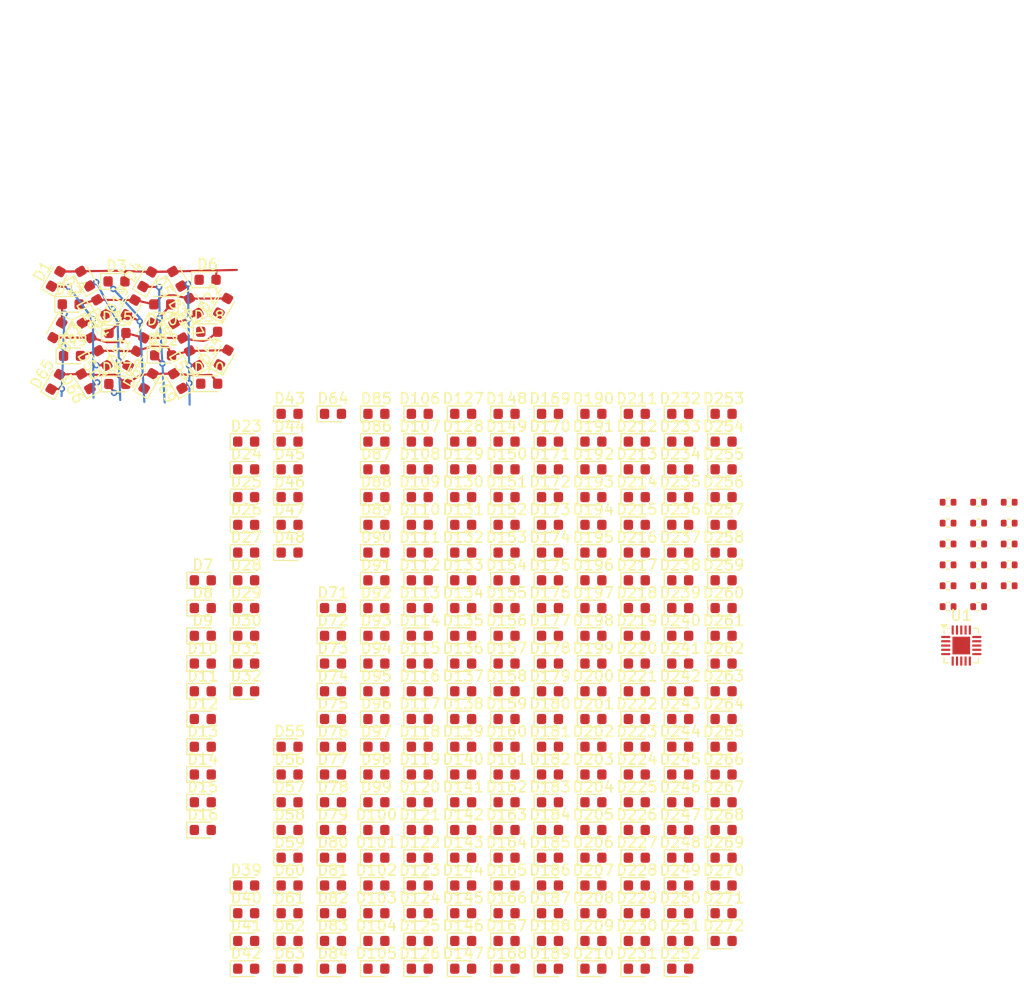
<source format=kicad_pcb>
(kicad_pcb (version 20241229) (generator "pcbnew") (generator_version "9.0")
  (layers (0 "F.Cu" signal) (2 "B.Cu" signal) (13 "F.Paste" user) (15 "B.Paste" user) (5 "F.SilkS" user "F.Silkscreen") (7 "B.SilkS" user "B.Silkscreen") (1 "F.Mask" user) (3 "B.Mask" user) (25 "Edge.Cuts" user))
  (net 0 "")
  (net 1 "Net-(D1-A)")
  (net 2 "PA2")
  (net 3 "PD0")
  (net 4 "PC0")
  (net 5 "PC1")
  (net 6 "PC2")
  (net 7 "PC3")
  (net 8 "PC4")
  (net 9 "PC5")
  (net 10 "PC6")
  (net 11 "PC7")
  (net 12 "PD2")
  (net 13 "PD3")
  (net 14 "PD4")
  (net 15 "PD5")
  (net 16 "PD6")
  (net 17 "PD7")
  (net 18 "PA1")
  (net 19 "Net-(D17-A)")
  (net 20 "Net-(D33-A)")
  (net 21 "Net-(D49-A)")
  (net 22 "Net-(D65-A)")
  (net 23 "Net-(D81-A)")
  (net 24 "Net-(D100-A)")
  (net 25 "Net-(D113-A)")
  (net 26 "Net-(D129-A)")
  (net 27 "Net-(D145-A)")
  (net 28 "Net-(D161-A)")
  (net 29 "Net-(D177-A)")
  (net 30 "Net-(D193-A)")
  (net 31 "Net-(D209-A)")
  (net 32 "Net-(D225-A)")
  (net 33 "Net-(D241-A)")
  (net 34 "Net-(D257-A)")
  (net 35 "SWIO")
  (net 36 "+3.3V")
  (net 37 "GND")
  (footprint "LED_SMD:LED_0603_1608Metric" (layer "F.Cu") (at 88.5525 125.12)
    (property "Reference" "D60")
    (property "Value" "LED_45deg_Filled")
  )
  (footprint "LED_SMD:LED_0603_1608Metric" (layer "F.Cu") (at 84.5025 101.81)
    (property "Reference" "D30")
    (property "Value" "LED_45deg_Filled")
  )
  (footprint "LED_SMD:LED_0603_1608Metric" (layer "F.Cu") (at 125.0025 86.27)
    (property "Reference" "D234")
    (property "Value" "LED_45deg_Filled")
  )
  (footprint "LED_SMD:LED_0603_1608Metric" (layer "F.Cu") (at 129.0525 88.86)
    (property "Reference" "D256")
    (property "Value" "LED_45deg_Filled")
  )
  (footprint "LED_SMD:LED_0603_1608Metric" (layer "F.Cu") (at 112.8525 114.76)
    (property "Reference" "D182")
    (property "Value" "LED_45deg_Filled")
  )
  (footprint "LED_SMD:LED_0603_1608Metric" (layer "F.Cu") (at 80.4525 114.76)
    (property "Reference" "D14")
    (property "Value" "LED_45deg_Filled")
  )
  (footprint "LED_SMD:LED_0603_1608Metric" (layer "F.Cu") (at 129.0525 106.99)
    (property "Reference" "D263")
    (property "Value" "LED_45deg_Filled")
  )
  (footprint "LED_SMD:LED_0603_1608Metric" (layer "F.Cu") (at 108.8025 125.12)
    (property "Reference" "D165")
    (property "Value" "LED_45deg_Filled")
  )
  (footprint "LED_SMD:LED_0603_1608Metric" (layer "F.Cu") (at 108.8025 122.53)
    (property "Reference" "D164")
    (property "Value" "LED_45deg_Filled")
  )
  (footprint "LED_SMD:LED_0603_1608Metric" (layer "F.Cu") (at 120.9525 119.94)
    (property "Reference" "D226")
    (property "Value" "LED_45deg_Filled")
  )
  (footprint "LED_SMD:LED_0603_1608Metric" (layer "F.Cu") (at 108.8025 117.35)
    (property "Reference" "D162")
    (property "Value" "LED_45deg_Filled")
  )
  (footprint "LED_SMD:LED_0603_1608Metric" (layer "F.Cu") (at 129.0525 99.22)
    (property "Reference" "D260")
    (property "Value" "LED_45deg_Filled")
  )
  (footprint "LED_SMD:LED_0603_1608Metric" (layer "F.Cu") (at 100.7025 86.27)
    (property "Reference" "D108")
    (property "Value" "LED_45deg_Filled")
  )
  (footprint "LED_SMD:LED_0603_1608Metric" (layer "F.Cu") (at 116.9025 122.53)
    (property "Reference" "D206")
    (property "Value" "LED_45deg_Filled")
  )
  (footprint "cnhardware:R_0402_1005Metric_COMPACT" (layer "F.Cu") (at 152.85 93.24)
    (property "Reference" "R9" (hide yes))
    (property "Value" "560" (hide yes))
  )
  (footprint "LED_SMD:LED_0603_1608Metric" (layer "F.Cu") (at 73.725 71.15 60)
    (property "Reference" "D19")
    (property "Value" "LED_45deg_Filled")
  )
  (footprint "LED_SMD:LED_0603_1608Metric" (layer "F.Cu") (at 104.7525 112.17)
    (property "Reference" "D139")
    (property "Value" "LED_45deg_Filled")
  )
  (footprint "LED_SMD:LED_0603_1608Metric" (layer "F.Cu") (at 88.5525 83.68)
    (property "Reference" "D44")
    (property "Value" "LED_45deg_Filled")
  )
  (footprint "LED_SMD:LED_0603_1608Metric" (layer "F.Cu") (at 78.175 73.325 -60)
    (property "Reference" "D37")
    (property "Value" "LED_45deg_Filled")
  )
  (footprint "LED_SMD:LED_0603_1608Metric" (layer "F.Cu") (at 112.8525 104.4)
    (property "Reference" "D178")
    (property "Value" "LED_45deg_Filled")
  )
  (footprint "LED_SMD:LED_0603_1608Metric" (layer "F.Cu") (at 112.8525 119.94)
    (property "Reference" "D184")
    (property "Value" "LED_45deg_Filled")
  )
  (footprint "LED_SMD:LED_0603_1608Metric" (layer "F.Cu") (at 80.4525 99.22)
    (property "Reference" "D8")
    (property "Value" "LED_45deg_Filled")
  )
  (footprint "LED_SMD:LED_0603_1608Metric" (layer "F.Cu") (at 108.8025 88.86)
    (property "Reference" "D151")
    (property "Value" "LED_45deg_Filled")
  )
  (footprint "LED_SMD:LED_0603_1608Metric" (layer "F.Cu") (at 116.9025 117.35)
    (property "Reference" "D204")
    (property "Value" "LED_45deg_Filled")
  )
  (footprint "LED_SMD:LED_0603_1608Metric" (layer "F.Cu") (at 82.4 75.825 60)
    (property "Reference" "D54")
    (property "Value" "LED_45deg_Filled")
  )
  (footprint "LED_SMD:LED_0603_1608Metric" (layer "F.Cu") (at 92.6025 112.17)
    (property "Reference" "D76")
    (property "Value" "LED_45deg_Filled")
  )
  (footprint "LED_SMD:LED_0603_1608Metric" (layer "F.Cu") (at 92.6025 127.71)
    (property "Reference" "D82")
    (property "Value" "LED_45deg_Filled")
  )
  (footprint "LED_SMD:LED_0603_1608Metric" (layer "F.Cu") (at 100.7025 83.68)
    (property "Reference" "D107")
    (property "Value" "LED_45deg_Filled")
  )
  (footprint "LED_SMD:LED_0603_1608Metric" (layer "F.Cu") (at 84.5025 130.3)
    (property "Reference" "D41")
    (property "Value" "LED_45deg_Filled")
  )
  (footprint "LED_SMD:LED_0603_1608Metric" (layer "F.Cu") (at 104.7525 83.68)
    (property "Reference" "D128")
    (property "Value" "LED_45deg_Filled")
  )
  (footprint "LED_SMD:LED_0603_1608Metric" (layer "F.Cu") (at 116.9025 96.63)
    (property "Reference" "D196")
    (property "Value" "LED_45deg_Filled")
  )
  (footprint "LED_SMD:LED_0603_1608Metric" (layer "F.Cu") (at 84.5025 88.86)
    (property "Reference" "D25")
    (property "Value" "LED_45deg_Filled")
  )
  (footprint "LED_SMD:LED_0603_1608Metric" (layer "F.Cu") (at 100.7025 125.12)
    (property "Reference" "D123")
    (property "Value" "LED_45deg_Filled")
  )
  (footprint "LED_SMD:LED_0603_1608Metric" (layer "F.Cu") (at 73.875 75.925 60)
    (property "Reference" "D51")
    (property "Value" "LED_45deg_Filled")
  )
  (footprint "LED_SMD:LED_0603_1608Metric" (layer "F.Cu") (at 84.5025 83.68)
    (property "Reference" "D23")
    (property "Value" "LED_45deg_Filled")
  )
  (footprint "LED_SMD:LED_0603_1608Metric" (layer "F.Cu") (at 100.7025 130.3)
    (property "Reference" "D125")
    (property "Value" "LED_45deg_Filled")
  )
  (footprint "cnhardware:R_0402_1005Metric_COMPACT" (layer "F.Cu") (at 155.7 93.24)
    (property "Reference" "R15" (hide yes))
    (property "Value" "560" (hide yes))
  )
  (footprint "LED_SMD:LED_0603_1608Metric" (layer "F.Cu") (at 104.7525 109.58)
    (property "Reference" "D138")
    (property "Value" "LED_45deg_Filled")
  )
  (footprint "LED_SMD:LED_0603_1608Metric" (layer "F.Cu") (at 88.5525 122.53)
    (property "Reference" "D59")
    (property "Value" "LED_45deg_Filled")
  )
  (footprint "LED_SMD:LED_0603_1608Metric" (layer "F.Cu") (at 96.6525 106.99)
    (property "Reference" "D95")
    (property "Value" "LED_45deg_Filled")
  )
  (footprint "LED_SMD:LED_0603_1608Metric" (layer "F.Cu") (at 96.6525 101.81)
    (property "Reference" "D93")
    (property "Value" "LED_45deg_Filled")
  )
  (footprint "LED_SMD:LED_0603_1608Metric" (layer "F.Cu") (at 100.7025 119.94)
    (property "Reference" "D121")
    (property "Value" "LED_45deg_Filled")
  )
  (footprint "LED_SMD:LED_0603_1608Metric" (layer "F.Cu") (at 66.889085 73.290915 -120)
    (property "Reference" "D33")
    (property "Value" "LED_45deg_Filled")
  )
  (footprint "LED_SMD:LED_0603_1608Metric" (layer "F.Cu") (at 96.6525 88.86)
    (property "Reference" "D88")
    (property "Value" "LED_45deg_Filled")
  )
  (footprint "LED_SMD:LED_0603_1608Metric" (layer "F.Cu") (at 69.62 73.29 -60)
    (property "Reference" "D34")
    (property "Value" "LED_45deg_Filled")
  )
  (footprint "LED_SMD:LED_0603_1608Metric" (layer "F.Cu") (at 100.7025 106.99)
    (property "Reference" "D116")
    (property "Value" "LED_45deg_Filled")
  )
  (footprint "LED_SMD:LED_0603_1608Metric" (layer "F.Cu") (at 120.9525 112.17)
    (property "Reference" "D223")
    (property "Value" "LED_45deg_Filled")
  )
  (footprint "cnhardware:R_0402_1005Metric_COMPACT" (layer "F.Cu") (at 150 99.09)
    (property "Reference" "R6" (hide yes))
    (property "Value" "560" (hide yes))
  )
  (footprint "LED_SMD:LED_0603_1608Metric" (layer "F.Cu") (at 108.8025 112.17)
    (property "Reference" "D160")
    (property "Value" "LED_45deg_Filled")
  )
  (footprint "LED_SMD:LED_0603_1608Metric" (layer "F.Cu") (at 96.6525 81.09)
    (property "Reference" "D85")
    (property "Value" "LED_45deg_Filled")
  )
  (footprint "cnhardware:R_0402_1005Metric_COMPACT" (layer "F.Cu") (at 150 89.34)
    (property "Reference" "R1" (hide yes))
    (property "Value" "560" (hide yes))
  )
  (footprint "LED_SMD:LED_0603_1608Metric" (layer "F.Cu") (at 104.7525 88.86)
    (property "Reference" "D130")
    (property "Value" "LED_45deg_Filled")
  )
  (footprint "LED_SMD:LED_0603_1608Metric" (layer "F.Cu") (at 108.8025 99.22)
    (property "Reference" "D155")
    (property "Value" "LED_45deg_Filled")
  )
  (footprint "LED_SMD:LED_0603_1608Metric" (layer "F.Cu") (at 108.8025 101.81)
    (property "Reference" "D156")
    (property "Value" "LED_45deg_Filled")
  )
  (footprint "LED_SMD:LED_0603_1608Metric" (layer "F.Cu") (at 120.9525 96.63)
    (property "Reference" "D217")
    (property "Value" "LED_45deg_Filled")
  )
  (footprint "LED_SMD:LED_0603_1608Metric" (layer "F.Cu") (at 100.7025 112.17)
    (property "Reference" "D118")
    (property "Value" "LED_45deg_Filled")
  )
  (footprint "LED_SMD:LED_0603_1608Metric" (layer "F.Cu") (at 80.4525 96.63)
    (property "Reference" "D7")
    (property "Value" "LED_45deg_Filled")
  )
  (footprint "LED_SMD:LED_0603_1608Metric" (layer "F.Cu") (at 104.7525 96.63)
    (property "Reference" "D133")
    (property "Value" "LED_45deg_Filled")
  )
  (footprint "LED_SMD:LED_0603_1608Metric" (layer "F.Cu") (at 125.0025 114.76)
    (property "Reference" "D245")
    (property "Value" "LED_45deg_Filled")
  )
  (footprint "LED_SMD:LED_0603_1608Metric" (layer "F.Cu") (at 116.9025 119.94)
    (property "Reference" "D205")
    (property "Value" "LED_45deg_Filled")
  )
  (footprint "cnhardware:R_0402_1005Metric_COMPACT" (layer "F.Cu") (at 155.7 89.34)
    (property "Reference" "R13" (hide yes))
    (property "Value" "560" (hide yes))
  )
  (footprint "LED_SMD:LED_0603_1608Metric" (layer "F.Cu") (at 120.9525 127.71)
    (property "Reference" "D229")
    (property "Value" "LED_45deg_Filled")
  )
  (footprint "LED_SMD:LED_0603_1608Metric" (layer "F.Cu") (at 116.9025 114.76)
    (property "Reference" "D203")
    (property "Value" "LED_45deg_Filled")
  )
  (footprint "LED_SMD:LED_0603_1608Metric" (layer "F.Cu") (at 80.4525 109.58)
    (property "Reference" "D12")
    (property "Value" "LED_45deg_Filled")
  )
  (footprint "LED_SMD:LED_0603_1608Metric" (layer "F.Cu") (at 104.7525 106.99)
    (property "Reference" "D137")
    (property "Value" "LED_45deg_Filled")
  )
  (footprint "cnhardware:R_0402_1005Metric_COMPACT" (layer "F.Cu") (at 152.85 91.29)
    (property "Reference" "R8" (hide yes))
    (property "Value" "560" (hide yes))
  )
  (footprint "LED_SMD:LED_0603_1608Metric" (layer "F.Cu") (at 104.7525 94.04)
    (property "Reference" "D132")
    (property "Value" "LED_45deg_Filled")
  )
  (footprint "LED_SMD:LED_0603_1608Metric" (layer "F.Cu") (at 104.7525 130.3)
    (property "Reference" "D146")
    (property "Value" "LED_45deg_Filled")
  )
  (footprint "LED_SMD:LED_0603_1608Metric" (layer "F.Cu") (at 100.7025 88.86)
    (property "Reference" "D109")
    (property "Value" "LED_45deg_Filled")
  )
  (footprint "LED_SMD:LED_0603_1608Metric" (layer "F.Cu") (at 125.0025 81.09)
    (property "Reference" "D232")
    (property "Value" "LED_45deg_Filled")
  )
  (footprint "LED_SMD:LED_0603_1608Metric" (layer "F.Cu") (at 68.13 70.86)
    (property "Reference" "D17")
    (property "Value" "LED_45deg_Filled")
  )
  (footprint "cnhardware:R_0402_1005Metric_COMPACT" (layer "F.Cu") (at 152.85 99.09)
    (property "Reference" "R12" (hide yes))
    (property "Value" "560" (hide yes))
  )
  (footprint "LED_SMD:LED_0603_1608Metric" (layer "F.Cu") (at 116.9025 94.04)
    (property "Reference" "D195")
    (property "Value" "LED_45deg_Filled")
  )
  (footprint "LED_SMD:LED_0603_1608Metric" (layer "F.Cu") (at 80.900001 68.570001)
    (property "Reference" "D6")
    (property "Value" "LED_45deg_Filled")
  )
  (footprint "LED_SMD:LED_0603_1608Metric" (layer "F.Cu") (at 112.8525 132.89)
    (property "Reference" "D189")
    (property "Value" "LED_45deg_Filled")
  )
  (footprint "cnhardware:R_0402_1005Metric_COMPACT" (layer "F.Cu") (at 155.7 97.14)
    (property "Reference" "R17" (hide yes))
    (property "Value" "560" (hide yes))
  )
  (footprint "LED_SMD:LED_0603_1608Metric" (layer "F.Cu") (at 125.0025 99.22)
    (property "Reference" "D239")
    (property "Value" "LED_45deg_Filled")
  )
  (footprint "LED_SMD:LED_0603_1608Metric" (layer "F.Cu") (at 100.7025 109.58)
    (property "Reference" "D117")
    (property "Value" "LED_45deg_Filled")
  )
  (footprint "LED_SMD:LED_0603_1608Metric" (layer "F.Cu") (at 84.5025 106.99)
    (property "Reference" "D32")
    (property "Value" "LED_45deg_Filled")
  )
  (footprint "LED_SMD:LED_0603_1608Metric" (layer "F.Cu") (at 92.6025 125.12)
    (property "Reference" "D81")
    (property "Value" "LED_45deg_Filled")
  )
  (footprint "LED_SMD:LED_0603_1608Metric" (layer "F.Cu") (at 125.0025 106.99)
    (property "Reference" "D242")
    (property "Value" "LED_45deg_Filled")
  )
  (footprint "LED_SMD:LED_0603_1608Metric" (layer "F.Cu") (at 112.8525 125.12)
    (property "Reference" "D186")
    (property "Value" "LED_45deg_Filled")
  )
  (footprint "LED_SMD:LED_0603_1608Metric" (layer "F.Cu") (at 129.0525 112.17)
    (property "Reference" "D265")
    (property "Value" "LED_45deg_Filled")
  )
  (footprint "LED_SMD:LED_0603_1608Metric" (layer "F.Cu") (at 116.9025 99.22)
    (property "Reference" "D197")
    (property "Value" "LED_45deg_Filled")
  )
  (footprint "LED_SMD:LED_0603_1608Metric" (layer "F.Cu") (at 80.4525 101.81)
    (property "Reference" "D9")
    (property "Value" "LED_45deg_Filled")
  )
  (footprint "LED_SMD:LED_0603_1608Metric" (layer "F.Cu") (at 100.7025 117.35)
    (property "Reference" "D120")
    (property "Value" "LED_45deg_Filled")
  )
  (footprint "LED_SMD:LED_0603_1608Metric" (layer "F.Cu") (at 92.6025 101.81)
    (property "Reference" "D72")
    (property "Value" "LED_45deg_Filled")
  )
  (footprint "LED_SMD:LED_0603_1608Metric" (layer "F.Cu") (at 125.0025 83.68)
    (property "Reference" "D233")
    (property "Value" "LED_45deg_Filled")
  )
  (footprint "LED_SMD:LED_0603_1608Metric" (layer "F.Cu") (at 112.8525 117.35)
    (property "Reference" "D183")
    (property "Value" "LED_45deg_Filled")
  )
  (footprint "LED_SMD:LED_0603_1608Metric" (layer "F.Cu") (at 129.0525 86.27)
    (property "Reference" "D255")
    (property "Value" "LED_45deg_Filled")
  )
  (footprint "LED_SMD:LED_0603_1608Metric" (layer "F.Cu") (at 80.4525 106.99)
    (property "Reference" "D11")
    (property "Value" "LED_45deg_Filled")
  )
  (footprint "LED_SMD:LED_0603_1608Metric" (layer "F.Cu") (at 129.0525 101.81)
    (property "Reference" "D261")
    (property "Value" "LED_45deg_Filled")
  )
  (footprint "LED_SMD:LED_0603_1608Metric" (layer "F.Cu") (at 125.0025 88.86)
    (property "Reference" "D235")
    (property "Value" "LED_45deg_Filled")
  )
  (footprint "LED_SMD:LED_0603_1608Metric" (layer "F.Cu") (at 108.8025 96.63)
    (property "Reference" "D154")
    (property "Value" "LED_45deg_Filled")
  )
  (footprint "LED_SMD:LED_0603_1608Metric" (layer "F.Cu") (at 129.0525 130.3)
    (property "Reference" "D272")
    (property "Value" "LED_45deg_Filled")
  )
  (footprint "LED_SMD:LED_0603_1608Metric" (layer "F.Cu") (at 129.0525 122.53)
    (property "Reference" "D269")
    (property "Value" "LED_45deg_Filled")
  )
  (footprint "LED_SMD:LED_0603_1608Metric" (layer "F.Cu") (at 108.8025 114.76)
    (property "Reference" "D161")
    (property "Value" "LED_45deg_Filled")
  )
  (footprint "LED_SMD:LED_0603_1608Metric" (layer "F.Cu") (at 82.35 71 60)
    (property "Reference" "D22")
    (property "Value" "LED_45deg_Filled")
  )
  (footprint "cnhardware:R_0402_1005Metric_COMPACT" (layer "F.Cu") (at 150 95.19)
    (property "Reference" "R4" (hide yes))
    (property "Value" "560" (hide yes))
  )
  (footprint "LED_SMD:LED_0603_1608Metric" (layer "F.Cu") (at 104.7525 104.4)
    (property "Reference" "D136")
    (property "Value" "LED_45deg_Filled")
  )
  (footprint "LED_SMD:LED_0603_1608Metric" (layer "F.Cu") (at 96.6525 119.94)
    (property "Reference" "D100")
    (property "Value" "LED_45deg_Filled")
  )
  (footprint "LED_SMD:LED_0603_1608Metric" (layer "F.Cu") (at 92.6025 81.09)
    (property "Reference" "D64")
    (property "Value" "LED_45deg_Filled")
  )
  (footprint "LED_SMD:LED_0603_1608Metric" (layer "F.Cu") (at 88.5525 112.17)
    (property "Reference" "D55")
    (property "Value" "LED_45deg_Filled")
  )
  (footprint "LED_SMD:LED_0603_1608Metric" (layer "F.Cu") (at 78.125 78.025 120)
    (property "Reference" "D69")
    (property "Value" "LED_45deg_Filled")
  )
  (footprint "LED_SMD:LED_0603_1608Metric" (layer "F.Cu") (at 112.8525 91.45)
    (property "Reference" "D173")
    (property "Value" "LED_45deg_Filled")
  )
  (footprint "LED_SMD:LED_0603_1608Metric" (layer "F.Cu") (at 112.8525 101.81)
    (property "Reference" "D177")
    (property "Value" "LED_45deg_Filled")
  )
  (footprint "LED_SMD:LED_0603_1608Metric" (layer "F.Cu") (at 92.6025 99.22)
    (property "Reference" "D71")
    (property "Value" "LED_45deg_Filled")
  )
  (footprint "LED_SMD:LED_0603_1608Metric" (layer "F.Cu") (at 112.8525 106.99)
    (property "Reference" "D179")
    (property "Value" "LED_45deg_Filled")
  )
  (footprint "LED_SMD:LED_0603_1608Metric" (layer "F.Cu") (at 69.46 68.47 120)
    (property "Reference" "D2")
    (property "Value" "LED_45deg_Filled")
  )
  (footprint "LED_SMD:LED_0603_1608Metric" (layer "F.Cu") (at 76.75 75.625)
    (property "Reference" "D52")
    (property "Value" "LED_45deg_Filled")
  )
  (footprint "LED_SMD:LED_0603_1608Metric" (layer "F.Cu") (at 75.35 73.31 -120)
    (property "Reference" "D36")
    (property "Value" "LED_45deg_Filled")
  )
  (footprint "LED_SMD:LED_0603_1608Metric" (layer "F.Cu") (at 112.8525 88.86)
    (property "Reference" "D172")
    (property "Value" "LED_45deg_Filled")
  )
  (footprint "LED_SMD:LED_0603_1608Metric" (layer "F.Cu") (at 69.525 78.05 120)
    (property "Reference" "D66")
    (property "Value" "LED_45deg_Filled")
  )
  (footprint "cnhardware:R_0402_1005Metric_COMPACT" (layer "F.Cu") (at 150 97.14)
    (property "Reference" "R5" (hide yes))
    (property "Value" "560" (hide yes))
  )
  (footprint "LED_SMD:LED_0603_1608Metric" (layer "F.Cu") (at 72.475 78.3)
    (property "Reference" "D67")
    (property "Value" "LED_45deg_Filled")
  )
  (footprint "LED_SMD:LED_0603_1608Metric" (layer "F.Cu") (at 125.0025 122.53)
    (property "Reference" "D248")
    (property "Value" "LED_45deg_Filled")
  )
  (footprint "LED_SMD:LED_0603_1608Metric" (layer "F.Cu") (at 116.9025 86.27)
    (property "Reference" "D192")
    (property "Value" "LED_45deg_Filled")
  )
  (footprint "LED_SMD:LED_0603_1608Metric" (layer "F.Cu") (at 72.49 73.54)
    (property "Reference" "D35")
    (property "Value" "LED_45deg_Filled")
  )
  (footprint "LED_SMD:LED_0603_1608Metric" (layer "F.Cu") (at 129.0525 96.63)
    (property "Reference" "D259")
    (property "Value" "LED_45deg_Filled")
  )
  (footprint "LED_SMD:LED_0603_1608Metric" (layer "F.Cu") (at 92.6025 109.58)
    (property "Reference" "D75")
    (property "Value" "LED_45deg_Filled")
  )
  (footprint "LED_SMD:LED_0603_1608Metric" (layer "F.Cu") (at 120.9525 83.68)
    (property "Reference" "D212")
    (property "Value" "LED_45deg_Filled")
  )
  (footprint "LED_SMD:LED_0603_1608Metric" (layer "F.Cu") (at 84.5025 104.4)
    (property "Reference" "D31")
    (property "Value" "LED_45deg_Filled")
  )
  (footprint "LED_SMD:LED_0603_1608Metric" (layer "F.Cu") (at 116.9025 112.17)
    (property "Reference" "D202")
    (property "Value" "LED_45deg_Filled")
  )
  (footprint "LED_SMD:LED_0603_1608Metric" (layer "F.Cu") (at 104.7525 132.89)
    (property "Reference" "D147")
    (property "Value" "LED_45deg_Filled")
  )
  (footprint "LED_SMD:LED_0603_1608Metric" (layer "F.Cu") (at 104.7525 127.71)
    (property "Reference" "D145")
    (property "Value" "LED_45deg_Filled")
  )
  (footprint "LED_SMD:LED_0603_1608Metric" (layer "F.Cu") (at 112.8525 96.63)
    (property "Reference" "D175")
    (property "Value" "LED_45deg_Filled")
  )
  (footprint "LED_SMD:LED_0603_1608Metric" (layer "F.Cu") (at 129.0525 83.68)
    (property "Reference" "D254")
    (property "Value" "LED_45deg_Filled")
  )
  (footprint "LED_SMD:LED_0603_1608Metric" (layer "F.Cu") (at 120.9525 99.22)
    (property "Reference" "D218")
    (property "Value" "LED_45deg_Filled")
  )
  (footprint "LED_SMD:LED_0603_1608Metric" (layer "F.Cu") (at 129.0525 91.45)
    (property "Reference" "D257")
    (property "Value" "LED_45deg_Filled")
  )
  (footprint "LED_SMD:LED_0603_1608Metric" (layer "F.Cu") (at 96.6525 114.76)
    (property "Reference" "D98")
    (property "Value" "LED_45deg_Filled")
  )
  (footprint "LED_SMD:LED_0603_1608Metric" (layer "F.Cu") (at 100.7025 99.22)
    (property "Reference" "D113")
    (property "Value" "LED_45deg_Filled")
  )
  (footprint "LED_SMD:LED_0603_1608Metric" (layer "F.Cu") (at 96.6525 112.17)
    (property "Reference" "D97")
    (property "Value" "LED_45deg_Filled")
  )
  (footprint "LED_SMD:LED_0603_1608Metric" (layer "F.Cu") (at 129.0525 119.94)
    (property "Reference" "D268")
    (property "Value" "LED_45deg_Filled")
  )
  (footprint "LED_SMD:LED_0603_1608Metric" (layer "F.Cu") (at 104.7525 101.81)
    (property "Reference" "D135")
    (property "Value" "LED_45deg_Filled")
  )
  (footprint "LED_SMD:LED_0603_1608Metric" (layer "F.Cu") (at 79.625 75.9 120)
    (property "Reference" "D53")
    (property "Value" "LED_45deg_Filled")
  )
  (footprint "LED_SMD:LED_0603_1608Metric" (layer "F.Cu") (at 125.0025 119.94)
    (property "Reference" "D247")
    (property "Value" "LED_45deg_Filled")
  )
  (footprint "LED_SMD:LED_0603_1608Metric" (layer "F.Cu") (at 92.6025 122.53)
    (property "Reference" "D80")
    (property "Value" "LED_45deg_Filled")
  )
  (footprint "LED_SMD:LED_0603_1608Metric" (layer "F.Cu") (at 96.6525 86.27)
    (property "Reference" "D87")
    (property "Value" "LED_45deg_Filled")
  )
  (footprint "LED_SMD:LED_0603_1608Metric" (layer "F.Cu") (at 92.6025 132.89)
    (property "Reference" "D84")
    (property "Value" "LED_45deg_Filled")
  )
  (footprint "LED_SMD:LED_0603_1608Metric" (layer "F.Cu") (at 88.5525 94.04)
    (property "Reference" "D48")
    (property "Value" "LED_45deg_Filled")
  )
  (footprint "LED_SMD:LED_0603_1608Metric" (layer "F.Cu") (at 72.4 68.725)
    (property "Reference" "D3")
    (property "Value" "LED_45deg_Filled")
  )
  (footprint "LED_SMD:LED_0603_1608Metric" (layer "F.Cu") (at 104.7525 114.76)
    (property "Reference" "D140")
    (property "Value" "LED_45deg_Filled")
  )
  (footprint "LED_SMD:LED_0603_1608Metric" (layer "F.Cu") (at 108.8025 109.58)
    (property "Reference" "D159")
    (property "Value" "LED_45deg_Filled")
  )
  (footprint "LED_SMD:LED_0603_1608Metric" (layer "F.Cu") (at 108.8025 94.04)
    (property "Reference" "D153")
    (property "Value" "LED_45deg_Filled")
  )
  (footprint "LED_SMD:LED_0603_1608Metric" (layer "F.Cu") (at 116.9025 101.81)
    (property "Reference" "D198")
    (property "Value" "LED_45deg_Filled")
  )
  (footprint "LED_SMD:LED_0603_1608Metric" (layer "F.Cu") (at 76.67 70.87 180)
    (property "Reference" "D20")
    (property "Value" "LED_45deg_Filled")
  )
  (footprint "LED_SMD:LED_0603_1608Metric" (layer "F.Cu") (at 120.9525 132.89)
    (property "Reference" "D231")
    (property "Value" "LED_45deg_Filled")
  )
  (footprint "LED_SMD:LED_0603_1608Metric" (layer "F.Cu") (at 125.0025 94.04)
    (property "Reference" "D237")
    (property "Value" "LED_45deg_Filled")
  )
  (footprint "LED_SMD:LED_0603_1608Metric" (layer "F.Cu") (at 88.5525 127.71)
    (property "Reference" "D61")
    (property "Value" "LED_45deg_Filled")
  )
  (footprint "LED_SMD:LED_0603_1608Metric" (layer "F.Cu") (at 68.25 75.675)
    (property "Reference" "D49")
    (property "Value" "LED_45deg_Filled")
  )
  (footprint "LED_SMD:LED_0603_1608Metric" (layer "F.Cu") (at 81.05 78.275)
    (property "Reference" "D70")
    (property "Value" "LED_45deg_Filled")
  )
  (footprint "LED_SMD:LED_0603_1608Metric" (layer "F.Cu") (at 100.7025 122.53)
    (property "Reference" "D122")
    (property "Value" "LED_45deg_Filled")
  )
  (footprint "LED_SMD:LED_0603_1608Metric" (layer "F.Cu") (at 108.8025 130.3)
    (property "Reference" "D167")
    (property "Value" "LED_45deg_Filled")
  )
  (footprint "LED_SMD:LED_0603_1608Metric" (layer "F.Cu") (at 104.7525 125.12)
    (property "Reference" "D144")
    (property "Value" "LED_45deg_Filled")
  )
  (footprint "LED_SMD:LED_0603_1608Metric" (layer "F.Cu") (at 88.5525 117.35)
    (property "Reference" "D57")
    (property "Value" "LED_45deg_Filled")
  )
  (footprint "LED_SMD:LED_0603_1608Metric" (layer "F.Cu") (at 129.0525 81.09)
    (property "Reference" "D253")
    (property "Value" "LED_45deg_Filled")
  )
  (footprint "LED_SMD:LED_0603_1608Metric" (layer "F.Cu") (at 96.6525 94.04)
    (property "Reference" "D90")
    (property "Value" "LED_45deg_Filled")
  )
  (footprint "LED_SMD:LED_0603_1608Metric" (layer "F.Cu") (at 66.74 68.49 60)
    (property "Reference" "D1")
    (property "Value" "LED_45deg_Filled")
  )
  (footprint "LED_SMD:LED_0603_1608Metric" (layer "F.Cu") (at 125.0025 130.3)
    (property "Reference" "D251")
    (property "Value" "LED_45deg_Filled")
  )
  (footprint "LED_SMD:LED_0603_1608Metric" (layer "F.Cu") (at 104.7525 99.22)
    (property "Reference" "D134")
    (property "Value" "LED_45deg_Filled")
  )
  (footprint "LED_SMD:LED_0603_1608Metric" (layer "F.Cu") (at 96.6525 83.68)
    (property "Reference" "D86")
    (property "Value" "LED_45deg_Filled")
  )
  (footprint "LED_SMD:LED_0603_1608Metric" (layer "F.Cu") (at 129.0525 104.4)
    (property "Reference" "D262")
    (property "Value" "LED_45deg_Filled")
  )
  (footprint "LED_SMD:LED_0603_1608Metric" (layer "F.Cu") (at 120.9525 91.45)
    (property "Reference" "D215")
    (property "Value" "LED_45deg_Filled")
  )
  (footprint "cnhardware:R_0402_1005Metric_COMPACT" (layer "F.Cu") (at 150 93.24)
    (property "Reference" "R3" (hide yes))
    (property "Value" "560" (hide yes))
  )
  (footprint "LED_SMD:LED_0603_1608Metric" (layer "F.Cu") (at 129.0525 125.12)
    (property "Reference" "D270")
    (property "Value" "LED_45deg_Filled")
  )
  (footprint "LED_SMD:LED_0603_1608Metric" (layer "F.Cu") (at 96.6525 109.58)
    (property "Reference" "D96")
    (property "Value" "LED_45deg_Filled")
  )
  (footprint "LED_SMD:LED_0603_1608Metric" (layer "F.Cu") (at 96.6525 132.89)
    (property "Reference" "D105")
    (property "Value" "LED_45deg_Filled")
  )
  (footprint "LED_SMD:LED_0603_1608Metric" (layer "F.Cu") (at 116.9025 81.09)
    (property "Reference" "D190")
    (property "Value" "LED_45deg_Filled")
  )
  (footprint "LED_SMD:LED_0603_1608Metric" (layer "F.Cu") (at 96.6525 99.22)
    (property "Reference" "D92")
    (property "Value" "LED_45deg_Filled")
  )
  (footprint "LED_SMD:LED_0603_1608Metric" (layer "F.Cu") (at 120.9525 122.53)
    (property "Reference" "D227")
    (property "Value" "LED_45deg_Filled")
  )
  (footprint "LED_SMD:LED_0603_1608Metric" (layer "F.Cu") (at 92.6025 106.99)
    (property "Reference" "D74")
    (property "Value" "LED_45deg_Filled")
  )
  (footprint "LED_SMD:LED_0603_1608Metric" (layer "F.Cu") (at 125.0025 127.71)
    (property "Reference" "D250")
    (property "Value" "LED_45deg_Filled")
  )
  (footprint "LED_SMD:LED_0603_1608Metric" (layer "F.Cu") (at 104.7525 122.53)
    (property "Reference" "D143")
    (property "Value" "LED_45deg_Filled")
  )
  (footprint "LED_SMD:LED_0603_1608Metric" (layer "F.Cu") (at 84.5025 96.63)
    (property "Reference" "D28")
    (property "Value" "LED_45deg_Filled")
  )
  (footprint "LED_SMD:LED_0603_1608Metric" (layer "F.Cu") (at 96.6525 104.4)
    (property "Reference" "D94")
    (property "Value" "LED_45deg_Filled")
  )
  (footprint "LED_SMD:LED_0603_1608Metric" (layer "F.Cu") (at 125.0025 104.4)
    (property "Reference" "D241")
    (property "Value" "LED_45deg_Filled")
  )
  (footprint "cnhardware:R_0402_1005Metric_COMPACT" (layer "F.Cu") (at 155.7 91.29)
    (property "Reference" "R14" (hide yes))
    (property "Value" "560" (hide yes))
  )
  (footprint "LED_SMD:LED_0603_1608Metric" (layer "F.Cu") (at 96.6525 127.71)
    (property "Reference" "D103")
    (property "Value" "LED_45deg_Filled")
  )
  (footprint "LED_SMD:LED_0603_1608Metric" (layer "F.Cu") (at 108.8025 86.27)
    (property "Reference" "D150")
    (property "Value" "LED_45deg_Filled")
  )
  (footprint "LED_SMD:LED_0603_1608Metric" (layer "F.Cu") (at 125.0025 101.81)
    (property "Reference" "D240")
    (property "Value" "LED_45deg_Filled")
  )
  (footprint "LED_SMD:LED_0603_1608Metric" (layer "F.Cu") (at 129.0525 114.76)
    (property "Reference" "D266")
    (property "Value" "LED_45deg_Filled")
  )
  (footprint "LED_SMD:LED_0603_1608Metric" (layer "F.Cu") (at 100.7025 94.04)
    (property "Reference" "D111")
    (property "Value" "LED_45deg_Filled")
  )
  (footprint "LED_SMD:LED_0603_1608Metric" (layer "F.Cu") (at 104.7525 86.27)
    (property "Reference" "D129")
    (property "Value" "LED_45deg_Filled")
  )
  (footprint "LED_SMD:LED_0603_1608Metric" (layer "F.Cu") (at 112.8525 94.04)
    (property "Reference" "D174")
    (property "Value" "LED_45deg_Filled")
  )
  (footprint "LED_SMD:LED_0603_1608Metric" (layer "F.Cu") (at 100.7025 96.63)
    (property "Reference" "D112")
    (property "Value" "LED_45deg_Filled")
  )
  (footprint "LED_SMD:LED_0603_1608Metric" (layer "F.Cu") (at 100.7025 132.89)
    (property "Reference" "D126")
    (property "Value" "LED_45deg_Filled")
  )
  (footprint "LED_SMD:LED_0603_1608Metric" (layer "F.Cu") (at 112.8525 112.17)
    (property "Reference" "D181")
    (property "Value" "LED_45deg_Filled")
  )
  (footprint "LED_SMD:LED_0603_1608Metric" (layer "F.Cu") (at 129.0525 109.58)
    (property "Reference" "D264")
    (property "Value" "LED_45deg_Filled")
  )
  (footprint "LED_SMD:LED_0603_1608Metric" (layer "F.Cu") (at 66.7 78.1 60)
    (property "Reference" "D65")
    (property "Value" "LED_45deg_Filled")
  )
  (footprint "LED_SMD:LED_0603_1608Metric" (layer "F.Cu") (at 129.0525 94.04)
    (property "Reference" "D258")
    (property "Value" "LED_45deg_Filled")
  )
  (footprint "LED_SMD:LED_0603_1608Metric" (layer "F.Cu") (at 120.9525 106.99)
    (property "Reference" "D221")
    (property "Value" "LED_45deg_Filled")
  )
  (footprint "LED_SMD:LED_0603_1608Metric" (layer "F.Cu") (at 125.0025 132.89)
    (property "Reference" "D252")
    (property "Value" "LED_45deg_Filled")
  )
  (footprint "LED_SMD:LED_0603_1608Metric" (layer "F.Cu") (at 88.5525 119.94)
    (property "Reference" "D58")
    (property "Value" "LED_45deg_Filled")
  )
  (footprint "LED_SMD:LED_0603_1608Metric" (layer "F.Cu") (at 129.0525 117.35)
    (property "Reference" "D267")
    (property "Value" "LED_45deg_Filled")
  )
  (footprint "LED_SMD:LED_0603_1608Metric" (layer "F.Cu") (at 116.9025 91.45)
    (property "Reference" "D194")
    (property "Value" "LED_45deg_Filled")
  )
  (footprint "LED_SMD:LED_0603_1608Metric" (layer "F.Cu") (at 112.8525 83.68)
    (property "Reference" "D170")
    (property "Value" "LED_45deg_Filled")
  )
  (footprint "LED_SMD:LED_0603_1608Metric" (layer "F.Cu") (at 80.4525 119.94)
    (property "Reference" "D16")
    (property "Value" "LED_45deg_Filled")
  )
  (footprint "LED_SMD:LED_0603_1608Metric" (layer "F.Cu") (at 116.9025 127.71)
    (property "Reference" "D208")
    (property "Value" "LED_45deg_Filled")
  )
  (footprint "LED_SMD:LED_0603_1608Metric" (layer "F.Cu") (at 88.5525 114.76)
    (property "Reference" "D56")
    (property "Value" "LED_45deg_Filled")
  )
  (footprint "LED_SMD:LED_0603_1608Metric" (layer "F.Cu") (at 120.9525 117.35)
    (property "Reference" "D225")
    (property "Value" "LED_45deg_Filled")
  )
  (footprint "LED_SMD:LED_0603_1608Metric" (layer "F.Cu") (at 84.5025 99.22)
    (property "Reference" "D29")
    (property "Value" "LED_45deg_Filled")
  )
  (footprint "LED_SMD:LED_0603_1608Metric" (layer "F.Cu") (at 92.6025 119.94)
    (property "Reference" "D79")
    (property "Value" "LED_45deg_Filled")
  )
  (footprint "LED_SMD:LED_0603_1608Metric" (layer "F.Cu") (at 120.9525 125.12)
    (property "Reference" "D228")
    (property "Value" "LED_45deg_Filled")
  )
  (footprint "LED_SMD:LED_0603_1608Metric" (layer "F.Cu") (at 112.8525 86.27)
    (property "Reference" "D171")
    (property "Value" "LED_45deg_Filled")
  )
  (footprint "LED_SMD:LED_0603_1608Metric" (layer "F.Cu") (at 125.0025 91.45)
    (property "Reference" "D236")
    (property "Value" "LED_45deg_Filled")
  )
  (footprint "LED_SMD:LED_0603_1608Metric" (layer "F.Cu") (at 129.0525 127.71)
    (property "Reference" "D271")
    (property "Value" "LED_45deg_Filled")
  )
  (footprint "LED_SMD:LED_0603_1608Metric" (layer "F.Cu") (at 88.5525 132.89)
    (property "Reference" "D63")
    (property "Value" "LED_45deg_Filled")
  )
  (footprint "LED_SMD:LED_0603_1608Metric" (layer "F.Cu") (at 96.6525 117.35)
    (property "Reference" "D99")
    (property "Value" "LED_45deg_Filled")
  )
  (footprint "LED_SMD:LED_0603_1608Metric" (layer "F.Cu") (at 80.4525 117.35)
    (property "Reference" "D15")
    (property "Value" "LED_45deg_Filled")
  )
  (footprint "LED_SMD:LED_0603_1608Metric" (layer "F.Cu") (at 120.9525 86.27)
    (property "Reference" "D213")
    (property "Value" "LED_45deg_Filled")
  )
  (footprint "LED_SMD:LED_0603_1608Metric" (layer "F.Cu") (at 120.9525 104.4)
    (property "Reference" "D220")
    (property "Value" "LED_45deg_Filled")
  )
  (footprint "LED_SMD:LED_0603_1608Metric" (layer "F.Cu") (at 116.9025 132.89)
    (property "Reference" "D210")
    (property "Value" "LED_45deg_Filled")
  )
  (footprint "LED_SMD:LED_0603_1608Metric" (layer "F.Cu") (at 84.5025 132.89)
    (property "Reference" "D42")
    (property "Value" "LED_45deg_Filled")
  )
  (footprint "LED_SMD:LED_0603_1608Metric" (layer "F.Cu") (at 75.375 78.025 60)
    (property "Reference" "D68")
    (property "Value" "LED_45deg_Filled")
  )
  (footprint "LED_SMD:LED_0603_1608Metric" (layer "F.Cu") (at 120.9525 130.3)
    (property "Reference" "D230")
    (property "Value" "LED_45deg_Filled")
  )
  (footprint "LED_SMD:LED_0603_1608Metric" (layer "F.Cu") (at 116.9025 104.4)
    (property "Reference" "D199")
    (property "Value" "LED_45deg_Filled")
  )
  (footprint "LED_SMD:LED_0603_1608Metric" (layer "F.Cu") (at 116.9025 109.58)
    (property "Reference" "D201")
    (property "Value" "LED_45deg_Filled")
  )
  (footprint "LED_SMD:LED_0603_1608Metric" (layer "F.Cu") (at 78.05 68.48 120)
    (property "Reference" "D5")
    (property "Value" "LED_45deg_Filled")
  )
  (footprint "LED_SMD:LED_0603_1608Metric" (layer "F.Cu") (at 108.8025 104.4)
    (property "Reference" "D157")
    (property "Value" "LED_45deg_Filled")
  )
  (footprint "LED_SMD:LED_0603_1608Metric" (layer "F.Cu") (at 84.5025 125.12)
    (property "Reference" "D39")
    (property "Value" "LED_45deg_Filled")
  )
  (footprint "LED_SMD:LED_0603_1608Metric" (layer "F.Cu") (at 108.8025 91.45)
    (property "Reference" "D152")
    (property "Value" "LED_45deg_Filled")
  )
  (footprint "LED_SMD:LED_0603_1608Metric" (layer "F.Cu") (at 75.275 68.525 60)
    (property "Reference" "D4")
    (property "Value" "LED_45deg_Filled")
  )
  (footprint "LED_SMD:LED_0603_1608Metric" (layer "F.Cu") (at 81.05 73.425)
    (property "Reference" "D38")
    (property "Value" "LED_45deg_Filled")
  )
  (footprint "cnhardware:R_0402_1005Metric_COMPACT" (layer "F.Cu") (at 152.85 97.14)
    (property "Reference" "R11" (hide yes))
    (property "Value" "560" (hide yes))
  )
  (footprint "LED_SMD:LED_0603_1608Metric" (layer "F.Cu") (at 88.5525 130.3)
    (property "Reference" "D62")
    (property "Value" "LED_45deg_Filled")
  )
  (footprint "LED_SMD:LED_0603_1608Metric" (layer "F.Cu") (at 100.7025 104.4)
    (property "Reference" "D115")
    (property "Value" "LED_45deg_Filled")
  )
  (footprint "LED_SMD:LED_0603_1608Metric" (layer "F.Cu") (at 92.6025 130.3)
    (property "Reference" "D83")
    (property "Value" "LED_45deg_Filled")
  )
  (footprint "LED_SMD:LED_0603_1608Metric" (layer "F.Cu") (at 116.9025 83.68)
    (property "Reference" "D191")
    (property "Value" "LED_45deg_Filled")
  )
  (footprint "LED_SMD:LED_0603_1608Metric" (layer "F.Cu") (at 88.5525 86.27)
    (property "Reference" "D45")
    (property "Value" "LED_45deg_Filled")
  )
  (footprint "LED_SMD:LED_0603_1608Metric" (layer "F.Cu") (at 96.6525 91.45)
    (property "Reference" "D89")
    (property "Value" "LED_45deg_Filled")
  )
  (footprint "LED_SMD:LED_0603_1608Metric" (layer "F.Cu") (at 112.8525 122.53)
    (property "Reference" "D185")
    (property "Value" "LED_45deg_Filled")
  )
  (footprint "LED_SMD:LED_0603_1608Metric" (layer "F.Cu") (at 116.9025 130.3)
    (property "Reference" "D209")
    (property "Value" "LED_45deg_Filled")
  )
  (footprint "LED_SMD:LED_0603_1608Metric" (layer "F.Cu") (at 120.9525 109.58)
    (property "Reference" "D222")
    (property "Value" "LED_45deg_Filled")
  )
  (footprint "LED_SMD:LED_0603_1608Metric" (layer "F.Cu") (at 92.6025 104.4)
    (property "Reference" "D73")
    (property "Value" "LED_45deg_Filled")
  )
  (footprint "LED_SMD:LED_0603_1608Metric" (layer "F.Cu") (at 116.9025 88.86)
    (property "Reference" "D193")
    (property "Value" "LED_45deg_Filled")
  )
  (footprint "LED_SMD:LED_0603_1608Metric" (layer "F.Cu") (at 100.7025 127.71)
    (property "Reference" "D124")
    (property "Value" "LED_45deg_Filled")
  )
  (footprint "LED_SMD:LED_0603_1608Metric" (layer "F.Cu") (at 100.7025 101.81)
    (property "Reference" "D114")
    (property "Value" "LED_45deg_Filled")
  )
  (footprint "LED_SMD:LED_0603_1608Metric" (layer "F.Cu") (at 125.0025 117.35)
    (property "Reference" "D246")
    (property "Value" "LED_45deg_Filled")
  )
  (footprint "LED_SMD:LED_0603_1608Metric" (layer "F.Cu") (at 112.8525 127.71)
    (property "Reference" "D187")
    (property "Value" "LED_45deg_Filled")
  )
  (footprint "LED_SMD:LED_0603_1608Metric" (layer "F.Cu") (at 71.1 75.875 120)
    (property "Reference" "D50")
    (property "Value" "LED_45deg_Filled")
  )
  (footprint "LED_SMD:LED_0603_1608Metric" (layer "F.Cu") (at 120.9525 101.81)
    (property "Reference" "D219")
    (property "Value" "LED_45deg_Filled")
  )
  (footprint "LED_SMD:LED_0603_1608Metric" (layer "F.Cu") (at 84.5025 91.45)
    (property "Reference" "D26")
    (property "Value" "LED_45deg_Filled")
  )
  (footprint "LED_SMD:LED_0603_1608Metric" (layer "F.Cu") (at 80.4525 104.4)
    (property "Reference" "D10")
    (property "Value" "LED_45deg_Filled")
  )
  (footprint "LED_SMD:LED_0603_1608Metric" (layer "F.Cu") (at 88.5525 81.09)
    (property "Reference" "D43")
    (property "Value" "LED_45deg_Filled")
  )
  (footprint "LED_SMD:LED_0603_1608Metric" (layer "F.Cu") (at 96.6525 130.3)
    (property "Reference" "D104")
    (property "Value" "LED_45deg_Filled")
  )
  (footprint "LED_SMD:LED_0603_1608Metric" (layer "F.Cu") (at 100.7025 81.09)
    (property "Reference" "D106")
    (property "Value" "LED_45deg_Filled")
  )
  (footprint "cnhardware:R_0402_1005Metric_COMPACT" (layer "F.Cu") (at 152.85 95.19)
    (property "Reference" "R10" (hide yes))
    (property "Value" "560" (hide yes))
  )
  (footprint "LED_SMD:LED_0603_1608Metric" (layer "F.Cu") (at 108.8025 132.89)
    (property "Reference" "D168")
    (property "Value" "LED_45deg_Filled")
  )
  (footprint "LED_SMD:LED_0603_1608Metric" (layer "F.Cu") (at 96.6525 122.53)
    (property "Reference" "D101")
    (property "Value" "LED_45deg_Filled")
  )
  (footprint "LED_SMD:LED_0603_1608Metric" (layer "F.Cu") (at 112.8525 109.58)
    (property "Reference" "D180")
    (property "Value" "LED_45deg_Filled")
  )
  (footprint "LED_SMD:LED_0603_1608Metric" (layer "F.Cu") (at 84.5025 127.71)
    (property "Reference" "D40")
    (property "Value" "LED_45deg_Filled")
  )
  (footprint "LED_SMD:LED_0603_1608Metric" (layer "F.Cu") (at 104.7525 119.94)
    (property "Reference" "D142")
    (property "Value" "LED_45deg_Filled")
  )
  (footprint "LED_SMD:LED_0603_1608Metric" (layer "F.Cu") (at 125.0025 112.17)
    (property "Reference" "D244")
    (property "Value" "LED_45deg_Filled")
  )
  (footprint "LED_SMD:LED_0603_1608Metric" (layer "F.Cu") (at 108.8025 106.99)
    (property "Reference" "D158")
    (property "Value" "LED_45deg_Filled")
  )
  (footprint "cnhardware:R_0402_1005Metric_COMPACT" (layer "F.Cu") (at 152.85 89.34)
    (property "Reference" "R7" (hide yes))
    (property "Value" "560" (hide yes))
  )
  (footprint "LED_SMD:LED_0603_1608Metric" (layer "F.Cu") (at 92.6025 114.76)
    (property "Reference" "D77")
    (property "Value" "LED_45deg_Filled")
  )
  (footprint "LED_SMD:LED_0603_1608Metric" (layer "F.Cu") (at 88.5525 91.45)
    (property "Reference" "D47")
    (property "Value" "LED_45deg_Filled")
  )
  (footprint "LED_SMD:LED_0603_1608Metric" (layer "F.Cu") (at 125.0025 109.58)
    (property "Reference" "D243")
    (property "Value" "LED_45deg_Filled")
  )
  (footprint "LED_SMD:LED_0603_1608Metric" (layer "F.Cu") (at 104.7525 81.09)
    (property "Reference" "D127")
    (property "Value" "LED_45deg_Filled")
  )
  (footprint "Package_DFN_QFN:QFN-20-1EP_3x3mm_P0.4mm_EP1.65x1.65mm" (layer "F.Cu") (at 151.23 102.72)
    (property "Reference" "U1")
    (property "Value" "CH32V003F4U6")
  )
  (footprint "LED_SMD:LED_0603_1608Metric" (layer "F.Cu") (at 104.7525 91.45)
    (property "Reference" "D131")
    (property "Value" "LED_45deg_Filled")
  )
  (footprint "LED_SMD:LED_0603_1608Metric" (layer "F.Cu") (at 84.5025 86.27)
    (property "Reference" "D24")
    (property "Value" "LED_45deg_Filled")
  )
  (footprint "LED_SMD:LED_0603_1608Metric" (layer "F.Cu") (at 80.4525 112.17)
    (property "Reference" "D13")
    (property "Value" "LED_45deg_Filled")
  )
  (footprint "LED_SMD:LED_0603_1608Metric" (layer "F.Cu") (at 100.7025 91.45)
    (property "Reference" "D110")
    (property "Value" "LED_45deg_Filled")
  )
  (footprint "LED_SMD:LED_0603_1608Metric" (layer "F.Cu") (at 108.8025 119.94)
    (property "Reference" "D163")
    (property "Value" "LED_45deg_Filled")
  )
  (footprint "LED_SMD:LED_0603_1608Metric" (layer "F.Cu") (at 104.7525 117.35)
    (property "Reference" "D141")
    (property "Value" "LED_45deg_Filled")
  )
  (footprint "LED_SMD:LED_0603_1608Metric" (layer "F.Cu") (at 112.8525 130.3)
    (property "Reference" "D188")
    (property "Value" "LED_45deg_Filled")
  )
  (footprint "LED_SMD:LED_0603_1608Metric" (layer "F.Cu") (at 116.9025 106.99)
    (property "Reference" "D200")
    (property "Value" "LED_45deg_Filled")
  )
  (footprint "LED_SMD:LED_0603_1608Metric" (layer "F.Cu") (at 92.6025 117.35)
    (property "Reference" "D78")
    (property "Value" "LED_45deg_Filled")
  )
  (footprint "LED_SMD:LED_0603_1608Metric" (layer "F.Cu") (at 120.9525 114.76)
    (property "Reference" "D224")
    (property "Value" "LED_45deg_Filled")
  )
  (footprint "LED_SMD:LED_0603_1608Metric" (layer "F.Cu") (at 116.9025 125.12)
    (property "Reference" "D207")
    (property "Value" "LED_45deg_Filled")
  )
  (footprint "LED_SMD:LED_0603_1608Metric" (layer "F.Cu") (at 96.6525 125.12)
    (property "Reference" "D102")
    (property "Value" "LED_45deg_Filled")
  )
  (footprint "LED_SMD:LED_0603_1608Metric" (layer "F.Cu") (at 120.9525 81.09)
    (property "Reference" "D211")
    (property "Value" "LED_45deg_Filled")
  )
  (footprint "LED_SMD:LED_0603_1608Metric" (layer "F.Cu") (at 125.0025 96.63)
    (property "Reference" "D238")
    (property "Value" "LED_45deg_Filled")
  )
  (footprint "LED_SMD:LED_0603_1608Metric" (layer "F.Cu") (at 70.975 71.125 120)
    (property "Reference" "D18")
    (property "Value" "LED_45deg_Filled")
  )
  (footprint "LED_SMD:LED_0603_1608Metric" (layer "F.Cu") (at 108.8025 83.68)
    (property "Reference" "D149")
    (property "Value" "LED_45deg_Filled")
  )
  (footprint "cnhardware:R_0402_1005Metric_COMPACT" (layer "F.Cu") (at 155.7 95.19)
    (property "Reference" "R16" (hide yes))
    (property "Value" "560" (hide yes))
  )
  (footprint "LED_SMD:LED_0603_1608Metric" (layer "F.Cu") (at 108.8025 127.71)
    (property "Reference" "D166")
    (property "Value" "LED_45deg_Filled")
  )
  (footprint "cnhardware:R_0402_1005Metric_COMPACT" (layer "F.Cu") (at 150 91.29)
    (property "Reference" "R2" (hide yes))
    (property "Value" "560" (hide yes))
  )
  (footprint "LED_SMD:LED_0603_1608Metric" (layer "F.Cu") (at 100.7025 114.76)
    (property "Reference" "D119")
    (property "Value" "LED_45deg_Filled")
  )
  (footprint "LED_SMD:LED_0603_1608Metric" (layer "F.Cu") (at 120.9525 88.86)
    (property "Reference" "D214")
    (property "Value" "LED_45deg_Filled")
  )
  (footprint "LED_SMD:LED_0603_1608Metric" (layer "F.Cu") (at 79.590915 71.010916 120)
    (property "Reference" "D21")
    (property "Value" "LED_45deg_Filled")
  )
  (footprint "LED_SMD:LED_0603_1608Metric" (layer "F.Cu") (at 125.0025 125.12)
    (property "Reference" "D249")
    (property "Value" "LED_45deg_Filled")
  )
  (footprint "LED_SMD:LED_0603_1608Metric" (layer "F.Cu") (at 84.5025 94.04)
    (property "Reference" "D27")
    (property "Value" "LED_45deg_Filled")
  )
  (footprint "LED_SMD:LED_0603_1608Metric" (layer "F.Cu") (at 120.9525 94.04)
    (property "Reference" "D216")
    (property "Value" "LED_45deg_Filled")
  )
  (footprint "LED_SMD:LED_0603_1608Metric" (layer "F.Cu") (at 96.6525 96.63)
    (property "Reference" "D91")
    (property "Value" "LED_45deg_Filled")
  )
  (footprint "LED_SMD:LED_0603_1608Metric" (layer "F.Cu") (at 112.8525 81.09)
    (property "Reference" "D169")
    (property "Value" "LED_45deg_Filled")
  )
  (footprint "LED_SMD:LED_0603_1608Metric" (layer "F.Cu") (at 112.8525 99.22)
    (property "Reference" "D176")
    (property "Value" "LED_45deg_Filled")
  )
  (footprint "LED_SMD:LED_0603_1608Metric" (layer "F.Cu") (at 88.5525 88.86)
    (property "Reference" "D46")
    (property "Value" "LED_45deg_Filled")
  )
  (footprint "LED_SMD:LED_0603_1608Metric" (layer "F.Cu") (at 108.8025 81.09)
    (property "Reference" "D148")
    (property "Value" "LED_45deg_Filled")
  )
  (segment (start 72.35 67.725) (end 73.2 67.755223) (width 0.2) (layer "F.Cu") (net 1))
  (segment (start 67.13375 67.808004) (end 72.35 67.725) (width 0.2) (layer "F.Cu") (net 1))
  (segment (start 75.66875 67.843004) (end 77.656249 67.798003) (width 0.2) (layer "F.Cu") (net 1))
  (segment (start 73.187502 68.724999) (end 73.2 67.755223) (width 0.2) (layer "F.Cu") (net 1))
  (segment (start 75.66875 67.843004) (end 81.725 67.696091) (width 0.2) (layer "F.Cu") (net 1))
  (segment (start 67.13375 67.808004) (end 69.066249 67.788003) (width 0.2) (layer "F.Cu") (net 1))
  (segment (start 81.687502 68.570001) (end 81.725 67.696091) (width 0.2) (layer "F.Cu") (net 1))
  (segment (start 81.725 67.696091) (end 83.625 67.65) (width 0.2) (layer "F.Cu") (net 1))
  (segment (start 73.2 67.755223) (end 75.66875 67.843004) (width 0.2) (layer "F.Cu") (net 1))
  (segment (start 71.49375 76.556996) (end 70.525 76.55) (width 0.2) (layer "F.Cu") (net 2))
  (segment (start 70.2 72.25) (end 69.22625 72.608004) (width 0.2) (layer "F.Cu") (net 2))
  (segment (start 69.918751 78.731996) (end 70.6 78.15) (width 0.2) (layer "F.Cu") (net 2))
  (segment (start 66.34625 69.171996) (end 67.95 69.25) (width 0.2) (layer "F.Cu") (net 2))
  (via (at 67.95 69.25) (size 0.6) (drill 0.3) (layers "F.Cu" "B.Cu") (net 2))
  (via (at 70.6 78.15) (size 0.6) (drill 0.3) (layers "F.Cu" "B.Cu") (net 2))
  (via (at 70.2 72.25) (size 0.6) (drill 0.3) (layers "F.Cu" "B.Cu") (net 2))
  (via (at 70.525 76.55) (size 0.6) (drill 0.3) (layers "F.Cu" "B.Cu") (net 2))
  (segment (start 70.6 78.15) (end 70.239761 78.075) (width 0.2) (layer "B.Cu") (net 2))
  (segment (start 67.95 69.25) (end 70.2 72.25) (width 0.2) (layer "B.Cu") (net 2))
  (segment (start 70.2 72.25) (end 70.229352 76.55) (width 0.2) (layer "B.Cu") (net 2))
  (segment (start 70.525 76.55) (end 70.229352 76.55) (width 0.2) (layer "B.Cu") (net 2))
  (segment (start 70.229352 76.55) (end 70.239761 78.075) (width 0.2) (layer "B.Cu") (net 2))
  (segment (start 70.239761 78.075) (end 70.25 79.575) (width 0.2) (layer "B.Cu") (net 2))
  (segment (start 73.481249 76.606996) (end 72.625 76.15) (width 0.2) (layer "F.Cu") (net 3))
  (segment (start 69.853751 69.151997) (end 70.5 68.8) (width 0.2) (layer "F.Cu") (net 3))
  (segment (start 71.368751 71.806997) (end 72.1 71.25) (width 0.2) (layer "F.Cu") (net 3))
  (segment (start 72.175 79.125) (end 71.6875 78.3) (width 0.2) (layer "F.Cu") (net 3))
  (via (at 70.5 68.8) (size 0.6) (drill 0.3) (layers "F.Cu" "B.Cu") (net 3))
  (via (at 72.1 71.25) (size 0.6) (drill 0.3) (layers "F.Cu" "B.Cu") (net 3))
  (via (at 72.625 76.15) (size 0.6) (drill 0.3) (layers "F.Cu" "B.Cu") (net 3))
  (via (at 72.175 79.125) (size 0.6) (drill 0.3) (layers "F.Cu" "B.Cu") (net 3))
  (segment (start 72.726884 79.125) (end 72.75 79.8) (width 0.2) (layer "B.Cu") (net 3))
  (segment (start 70.5 68.8) (end 71.964912 71.510088) (width 0.2) (layer "B.Cu") (net 3))
  (segment (start 72.726884 79.125) (end 72.175 79.125) (width 0.2) (layer "B.Cu") (net 3))
  (segment (start 72.1 71.25) (end 71.964912 71.510088) (width 0.2) (layer "B.Cu") (net 3))
  (segment (start 71.964912 71.510088) (end 72.5 72.5) (width 0.2) (layer "B.Cu") (net 3))
  (segment (start 72.625 76.15) (end 72.726884 79.125) (width 0.2) (layer "B.Cu") (net 3))
  (segment (start 72.5 72.5) (end 72.625 76.15) (width 0.2) (layer "B.Cu") (net 3))
  (segment (start 71.612498 68.725001) (end 72.1 69.425) (width 0.2) (layer "F.Cu") (net 4))
  (segment (start 71.7025 73.54) (end 73.33125 71.831996) (width 0.2) (layer "F.Cu") (net 4))
  (segment (start 73.33125 71.831996) (end 74.57 72.45) (width 0.2) (layer "F.Cu") (net 4))
  (via (at 74.57 72.45) (size 0.6) (drill 0.3) (layers "F.Cu" "B.Cu") (net 4))
  (via (at 72.1 69.425) (size 0.6) (drill 0.3) (layers "F.Cu" "B.Cu") (net 4))
  (segment (start 72.1 69.425) (end 74.55 72.1) (width 0.2) (layer "B.Cu") (net 4))
  (segment (start 74.57 72.45) (end 75 79.975) (width 0.2) (layer "B.Cu") (net 4))
  (segment (start 74.55 72.1) (end 74.57 72.45) (width 0.2) (layer "B.Cu") (net 4))
  (segment (start 75.9625 75.625) (end 76.682041 76.4) (width 0.2) (layer "F.Cu") (net 5))
  (segment (start 77.457502 70.870001) (end 76.425 72.125) (width 0.2) (layer "F.Cu") (net 5))
  (segment (start 75.743751 72.628003) (end 76.425 72.125) (width 0.2) (layer "F.Cu") (net 5))
  (segment (start 76.375 69.25) (end 74.88125 69.206996) (width 0.2) (layer "F.Cu") (net 5))
  (via (at 76.425 72.125) (size 0.6) (drill 0.3) (layers "F.Cu" "B.Cu") (net 5))
  (via (at 76.682041 76.4) (size 0.6) (drill 0.3) (layers "F.Cu" "B.Cu") (net 5))
  (via (at 76.375 69.25) (size 0.6) (drill 0.3) (layers "F.Cu" "B.Cu") (net 5))
  (segment (start 76.425 72.125) (end 76.9 80.025) (width 0.2) (layer "B.Cu") (net 5))
  (segment (start 76.425 72.125) (end 76.375 69.25) (width 0.2) (layer "B.Cu") (net 5))
  (segment (start 77.78125 72.643004) (end 79.11857 72.225) (width 0.2) (layer "F.Cu") (net 6))
  (segment (start 80.018751 76.581996) (end 79.176442 76.575) (width 0.2) (layer "F.Cu") (net 6))
  (segment (start 78.518751 78.706997) (end 79.198393 78.225) (width 0.2) (layer "F.Cu") (net 6))
  (segment (start 79.984666 71.692913) (end 79.11857 72.225) (width 0.2) (layer "F.Cu") (net 6))
  (segment (start 78.443751 69.161997) (end 79.075 68.95) (width 0.2) (layer "F.Cu") (net 6))
  (via (at 79.11857 72.225) (size 0.6) (drill 0.3) (layers "F.Cu" "B.Cu") (net 6))
  (via (at 79.176442 76.575) (size 0.6) (drill 0.3) (layers "F.Cu" "B.Cu") (net 6))
  (via (at 79.075 68.95) (size 0.6) (drill 0.3) (layers "F.Cu" "B.Cu") (net 6))
  (via (at 79.198393 78.225) (size 0.6) (drill 0.3) (layers "F.Cu" "B.Cu") (net 6))
  (segment (start 79.198393 78.225) (end 79.225 80.225) (width 0.2) (layer "B.Cu") (net 6))
  (segment (start 79.11857 72.225) (end 79.178105 76.7) (width 0.2) (layer "B.Cu") (net 6))
  (segment (start 79.075 68.95) (end 79.11857 72.225) (width 0.2) (layer "B.Cu") (net 6))
  (segment (start 79.176442 76.575) (end 79.178105 76.7) (width 0.2) (layer "B.Cu") (net 6))
  (segment (start 79.178105 76.7) (end 79.198393 78.225) (width 0.2) (layer "B.Cu") (net 6))
  (segment (start 66.30625 78.781996) (end 67.299186 78.75) (width 0.2) (layer "F.Cu") (net 18))
  (segment (start 67.319812 71.525) (end 67.282835 72.608919) (width 0.2) (layer "F.Cu") (net 18))
  (segment (start 67.342498 70.859999) (end 67.319812 71.525) (width 0.2) (layer "F.Cu") (net 18))
  (segment (start 67.319812 71.525) (end 67.55 71.75) (width 0.2) (layer "F.Cu") (net 18))
  (via (at 67.299186 78.75) (size 0.6) (drill 0.3) (layers "F.Cu" "B.Cu") (net 18))
  (via (at 67.55 71.75) (size 0.6) (drill 0.3) (layers "F.Cu" "B.Cu") (net 18))
  (via (at 67.439821 74.825) (size 0.6) (drill 0.3) (layers "F.Cu" "B.Cu") (net 18))
  (segment (start 67.299186 78.75) (end 67.439821 74.825) (width 0.2) (layer "B.Cu") (net 18))
  (segment (start 67.275 79.425) (end 67.299186 78.75) (width 0.2) (layer "B.Cu") (net 18))
  (segment (start 67.55 71.75) (end 67.439821 74.825) (width 0.2) (layer "B.Cu") (net 18))
  (segment (start 68.917502 70.860001) (end 70.581249 70.443003) (width 0.2) (layer "F.Cu") (net 19))
  (segment (start 79.197164 70.328919) (end 82.743751 70.318004) (width 0.2) (layer "F.Cu") (net 19))
  (segment (start 70.581249 70.443003) (end 74.11875 70.468004) (width 0.2) (layer "F.Cu") (net 19))
  (segment (start 79.197164 70.328919) (end 77.775 70.025) (width 0.2) (layer "F.Cu") (net 19))
  (segment (start 76.7 70.025) (end 75.882498 70.869999) (width 0.2) (layer "F.Cu") (net 19))
  (segment (start 77.775 70.025) (end 76.7 70.025) (width 0.2) (layer "F.Cu") (net 19))
  (segment (start 74.11875 70.468004) (end 75.882498 70.869999) (width 0.2) (layer "F.Cu") (net 19))
  (segment (start 72.975 74.4) (end 73.2775 73.54) (width 0.2) (layer "F.Cu") (net 20))
  (segment (start 70.01375 73.971996) (end 71.5 74.4) (width 0.2) (layer "F.Cu") (net 20))
  (segment (start 66.495335 73.972911) (end 70.01375 73.971996) (width 0.2) (layer "F.Cu") (net 20))
  (segment (start 79.425 74.175) (end 78.56875 74.006996) (width 0.2) (layer "F.Cu") (net 20))
  (segment (start 81.8375 73.425) (end 80.9 74.175) (width 0.2) (layer "F.Cu") (net 20))
  (segment (start 71.5 74.4) (end 72.975 74.4) (width 0.2) (layer "F.Cu") (net 20))
  (segment (start 74.956249 73.991997) (end 73.2775 73.54) (width 0.2) (layer "F.Cu") (net 20))
  (segment (start 80.475 74.275) (end 79.425 74.175) (width 0.2) (layer "F.Cu") (net 20))
  (segment (start 74.956249 73.991997) (end 78.56875 74.006996) (width 0.2) (layer "F.Cu") (net 20))
  (segment (start 80.9 74.175) (end 80.475 74.275) (width 0.2) (layer "F.Cu") (net 20))
  (segment (start 70.70625 75.193004) (end 74.268751 75.243004) (width 0.2) (layer "F.Cu") (net 21))
  (segment (start 69.0375 75.675) (end 70.70625 75.193004) (width 0.2) (layer "F.Cu") (net 21))
  (segment (start 77.5375 75.625) (end 77.2 74.85) (width 0.2) (layer "F.Cu") (net 21))
  (segment (start 79.231249 75.218004) (end 82.793751 75.143003) (width 0.2) (layer "F.Cu") (net 21))
  (segment (start 75.675 74.825) (end 75.225 74.925) (width 0.2) (layer "F.Cu") (net 21))
  (segment (start 77.2 74.85) (end 75.675 74.825) (width 0.2) (layer "F.Cu") (net 21))
  (segment (start 75.225 74.925) (end 74.268751 75.243004) (width 0.2) (layer "F.Cu") (net 21))
  (segment (start 79.231249 75.218004) (end 77.5375 75.625) (width 0.2) (layer "F.Cu") (net 21))
  (segment (start 69.131249 77.368004) (end 70.925 77.475) (width 0.2) (layer "F.Cu") (net 22))
  (segment (start 72.35 77.425) (end 73.2625 78.3) (width 0.2) (layer "F.Cu") (net 22))
  (segment (start 81.25 77.45) (end 81.837501 78.275) (width 0.2) (layer "F.Cu") (net 22))
  (segment (start 70.925 77.475) (end 72.35 77.425) (width 0.2) (layer "F.Cu") (net 22))
  (segment (start 77.731249 77.343003) (end 79.875 77.5) (width 0.2) (layer "F.Cu") (net 22))
  (segment (start 79.875 77.5) (end 81.25 77.45) (width 0.2) (layer "F.Cu") (net 22))
  (segment (start 77.731249 77.343003) (end 75.76875 77.343004) (width 0.2) (layer "F.Cu") (net 22))
  (segment (start 67.09375 77.418004) (end 69.131249 77.368004) (width 0.2) (layer "F.Cu") (net 22))
  (segment (start 74.65 77.475) (end 75.76875 77.343004) (width 0.2) (layer "F.Cu") (net 22))
  (segment (start 73.2625 78.3) (end 74.65 77.475) (width 0.2) (layer "F.Cu") (net 22))
)
</source>
